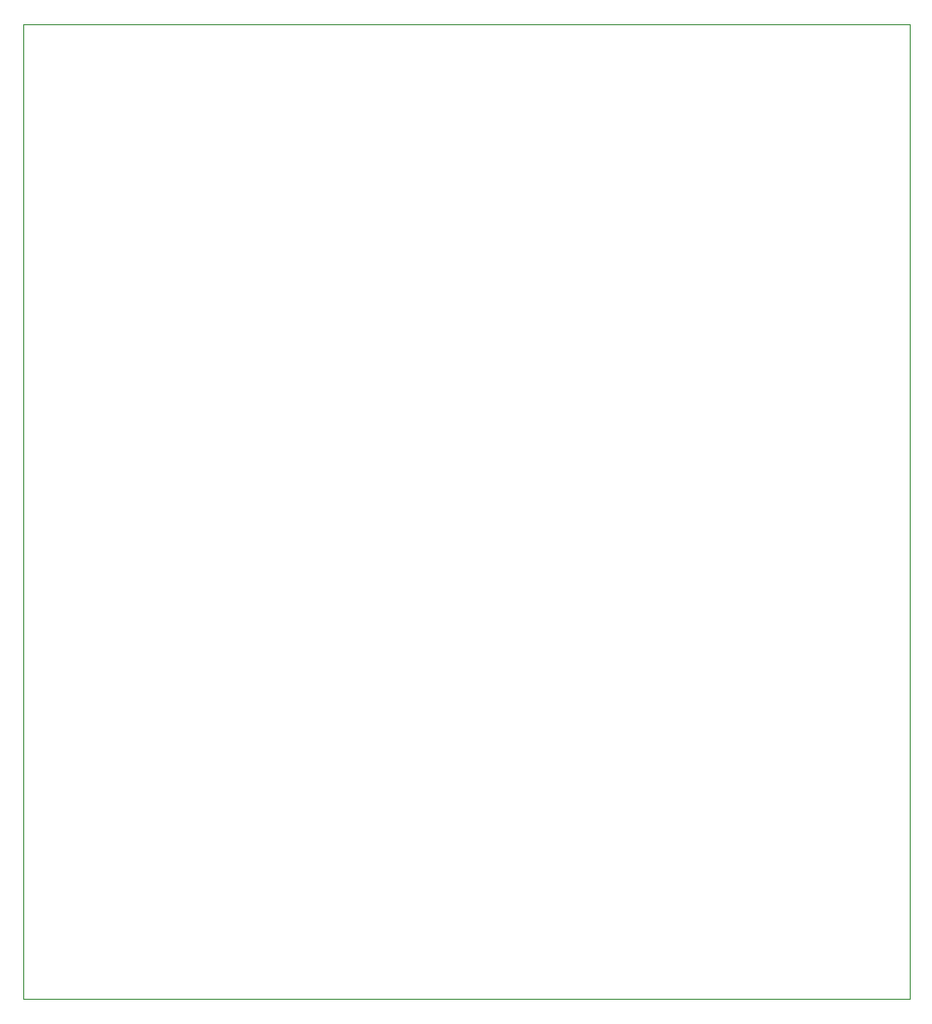
<source format=gbr>
%TF.GenerationSoftware,KiCad,Pcbnew,(6.0.7)*%
%TF.CreationDate,2022-09-14T11:12:15+02:00*%
%TF.ProjectId,pdb,7064622e-6b69-4636-9164-5f7063625858,rev?*%
%TF.SameCoordinates,Original*%
%TF.FileFunction,Profile,NP*%
%FSLAX46Y46*%
G04 Gerber Fmt 4.6, Leading zero omitted, Abs format (unit mm)*
G04 Created by KiCad (PCBNEW (6.0.7)) date 2022-09-14 11:12:15*
%MOMM*%
%LPD*%
G01*
G04 APERTURE LIST*
%TA.AperFunction,Profile*%
%ADD10C,0.100000*%
%TD*%
G04 APERTURE END LIST*
D10*
X38100000Y-91440000D02*
X38100000Y-6350000D01*
X115570000Y-6350000D02*
X115570000Y-91440000D01*
X38100000Y-6350000D02*
X115570000Y-6350000D01*
X115570000Y-91440000D02*
X38100000Y-91440000D01*
M02*

</source>
